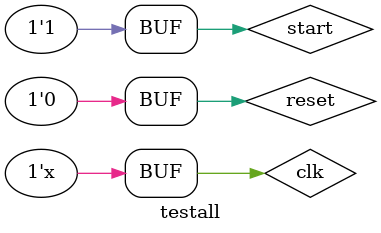
<source format=v>
`timescale 1ps / 1ps


module testall;

	// Inputs
	reg clk;
	reg reset;
	reg start;

	// Outputs
	wire [6:0] led;
	wire [3:0] led_select;
	wire [7:0] light;

	// Instantiate the Unit Under Test (UUT)
	TopModule uut (
		.clk(clk), 
		.reset(reset), 
		.start(start), 
		.led(led), 
		.led_select(led_select), 
		.light(light)
	);

	initial begin
		// Initialize Inputs
		clk = 0;
		reset = 0;
		start = 1;

		// Wait 100 ns for global reset to finish
		#100;
        
		// Add stimulus here

	end
   
	always #1 clk =~clk;
endmodule


</source>
